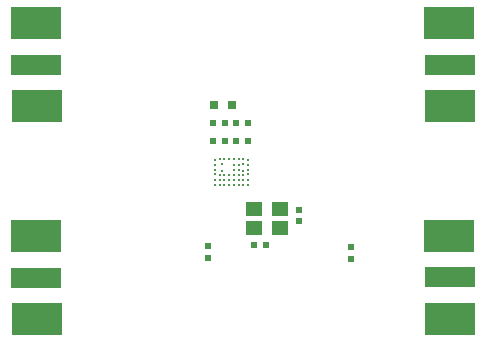
<source format=gtp>
%FSLAX25Y25*%
%MOIN*%
G70*
G01*
G75*
G04 Layer_Color=8421504*
%ADD10C,0.00800*%
%ADD11R,0.16500X0.07000*%
%ADD12R,0.16500X0.10500*%
%ADD13R,0.02362X0.01969*%
%ADD14R,0.01969X0.02362*%
%ADD15R,0.05512X0.04528*%
%ADD16C,0.01181*%
%ADD17R,0.03150X0.03150*%
%ADD18C,0.01000*%
%ADD19C,0.02000*%
%ADD20C,0.00500*%
%ADD21C,0.01500*%
%ADD22C,0.05906*%
%ADD23R,0.05906X0.05906*%
%ADD24C,0.15748*%
%ADD25C,0.02000*%
%ADD26C,0.01800*%
%ADD27C,0.01150*%
%ADD28C,0.02400*%
%ADD29C,0.04000*%
%ADD30C,0.04543*%
%ADD31C,0.02200*%
%ADD32C,0.09661*%
%ADD33R,0.17000X0.11500*%
%ADD34C,0.00787*%
%ADD35C,0.00394*%
%ADD36C,0.00600*%
%ADD37C,0.01063*%
D11*
X147638Y114014D02*
D03*
Y43148D02*
D03*
X9843Y43048D02*
D03*
Y113914D02*
D03*
D12*
X147538Y127814D02*
D03*
X147638Y100114D02*
D03*
X147538Y56948D02*
D03*
X147638Y29248D02*
D03*
X9943D02*
D03*
X9843Y56948D02*
D03*
X9943Y100114D02*
D03*
X9843Y127814D02*
D03*
D13*
X66900Y53469D02*
D03*
Y49531D02*
D03*
X114700Y49332D02*
D03*
Y53268D02*
D03*
X97300Y61831D02*
D03*
Y65768D02*
D03*
D14*
X72611Y94657D02*
D03*
X68674D02*
D03*
X82432Y54100D02*
D03*
X86369D02*
D03*
X72601Y88751D02*
D03*
X68664D02*
D03*
X80475D02*
D03*
X76538D02*
D03*
X80475Y94657D02*
D03*
X76538D02*
D03*
D15*
X82422Y59533D02*
D03*
X91084D02*
D03*
Y65832D02*
D03*
X82422D02*
D03*
D17*
X74953Y100700D02*
D03*
X69047D02*
D03*
D37*
X69381Y73998D02*
D03*
X70956D02*
D03*
X72531D02*
D03*
X74106D02*
D03*
X75680D02*
D03*
X77255D02*
D03*
X78830D02*
D03*
X80405D02*
D03*
X69381Y75573D02*
D03*
X70956D02*
D03*
X72531D02*
D03*
X74106D02*
D03*
X75680D02*
D03*
X77255D02*
D03*
X78830D02*
D03*
X80405D02*
D03*
X69381Y77439D02*
D03*
X70956Y77148D02*
D03*
X72531D02*
D03*
X74106D02*
D03*
X75680D02*
D03*
X77255D02*
D03*
X78830D02*
D03*
X80405Y77439D02*
D03*
X69381Y79014D02*
D03*
X71743Y78565D02*
D03*
X75680Y79014D02*
D03*
X77255D02*
D03*
X78830Y78723D02*
D03*
X80405Y79014D02*
D03*
X69381Y80589D02*
D03*
X71743Y81038D02*
D03*
X75680Y80589D02*
D03*
X78830Y80880D02*
D03*
X77255Y80589D02*
D03*
X80405D02*
D03*
X69381Y82164D02*
D03*
X70956Y82455D02*
D03*
X72531D02*
D03*
X74106D02*
D03*
X75680D02*
D03*
X77255D02*
D03*
X78830D02*
D03*
X80405Y82164D02*
D03*
M02*

</source>
